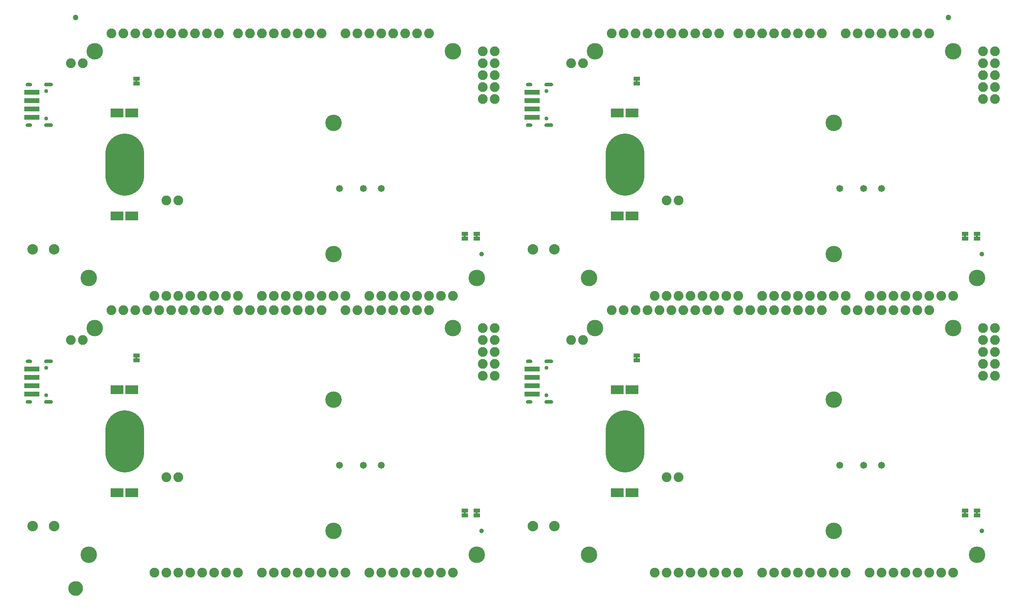
<source format=gbs>
G04 EAGLE Gerber RS-274X export*
G75*
%MOMM*%
%FSLAX34Y34*%
%LPD*%
%INSoldermask Bottom*%
%IPPOS*%
%AMOC8*
5,1,8,0,0,1.08239X$1,22.5*%
G01*
%ADD10C,3.505200*%
%ADD11C,2.235200*%
%ADD12C,0.853200*%
%ADD13R,3.203200X1.103200*%
%ADD14C,1.473200*%
%ADD15R,2.743200X1.981200*%
%ADD16C,8.203200*%
%ADD17C,2.082800*%
%ADD18C,1.003200*%
%ADD19R,1.473200X0.838200*%
%ADD20C,1.203200*%
%ADD21C,1.270000*%
%ADD22C,1.703200*%

G36*
X59880Y1047824D02*
X59880Y1047824D01*
X59942Y1047824D01*
X60660Y1047912D01*
X60667Y1047914D01*
X60675Y1047914D01*
X60838Y1047955D01*
X61514Y1048212D01*
X61521Y1048216D01*
X61529Y1048218D01*
X61677Y1048297D01*
X62272Y1048708D01*
X62278Y1048714D01*
X62285Y1048717D01*
X62303Y1048733D01*
X62306Y1048735D01*
X62313Y1048742D01*
X62409Y1048830D01*
X62889Y1049371D01*
X62893Y1049378D01*
X62899Y1049383D01*
X62993Y1049522D01*
X63329Y1050162D01*
X63332Y1050170D01*
X63336Y1050177D01*
X63394Y1050334D01*
X63567Y1051036D01*
X63568Y1051044D01*
X63571Y1051052D01*
X63589Y1051218D01*
X63589Y1051942D01*
X63588Y1051950D01*
X63589Y1051958D01*
X63567Y1052124D01*
X63394Y1052826D01*
X63391Y1052833D01*
X63390Y1052841D01*
X63329Y1052998D01*
X62993Y1053638D01*
X62988Y1053644D01*
X62985Y1053652D01*
X62889Y1053789D01*
X62409Y1054330D01*
X62403Y1054335D01*
X62399Y1054342D01*
X62272Y1054452D01*
X61677Y1054863D01*
X61669Y1054866D01*
X61663Y1054872D01*
X61514Y1054948D01*
X60838Y1055205D01*
X60830Y1055206D01*
X60823Y1055210D01*
X60660Y1055249D01*
X59942Y1055336D01*
X59912Y1055334D01*
X59850Y1055341D01*
X48850Y1055341D01*
X48820Y1055336D01*
X48758Y1055336D01*
X48040Y1055249D01*
X48033Y1055246D01*
X48025Y1055246D01*
X47862Y1055205D01*
X47186Y1054948D01*
X47179Y1054944D01*
X47171Y1054942D01*
X47023Y1054863D01*
X46428Y1054452D01*
X46422Y1054447D01*
X46415Y1054443D01*
X46291Y1054330D01*
X45811Y1053789D01*
X45807Y1053782D01*
X45801Y1053777D01*
X45707Y1053638D01*
X45371Y1052998D01*
X45368Y1052990D01*
X45364Y1052983D01*
X45306Y1052826D01*
X45133Y1052124D01*
X45132Y1052116D01*
X45129Y1052108D01*
X45111Y1051942D01*
X45111Y1051218D01*
X45112Y1051210D01*
X45111Y1051203D01*
X45133Y1051036D01*
X45306Y1050334D01*
X45309Y1050327D01*
X45310Y1050319D01*
X45371Y1050162D01*
X45707Y1049522D01*
X45712Y1049516D01*
X45715Y1049508D01*
X45811Y1049371D01*
X46291Y1048830D01*
X46297Y1048825D01*
X46301Y1048818D01*
X46428Y1048708D01*
X47023Y1048297D01*
X47031Y1048294D01*
X47037Y1048288D01*
X47186Y1048212D01*
X47862Y1047955D01*
X47870Y1047954D01*
X47877Y1047950D01*
X48040Y1047912D01*
X48758Y1047824D01*
X48788Y1047826D01*
X48850Y1047819D01*
X59850Y1047819D01*
X59880Y1047824D01*
G37*
G36*
X1124140Y1047824D02*
X1124140Y1047824D01*
X1124202Y1047824D01*
X1124920Y1047912D01*
X1124927Y1047914D01*
X1124935Y1047914D01*
X1125098Y1047955D01*
X1125774Y1048212D01*
X1125781Y1048216D01*
X1125789Y1048218D01*
X1125937Y1048297D01*
X1126532Y1048708D01*
X1126538Y1048714D01*
X1126545Y1048717D01*
X1126563Y1048733D01*
X1126566Y1048735D01*
X1126573Y1048742D01*
X1126669Y1048830D01*
X1127149Y1049371D01*
X1127153Y1049378D01*
X1127159Y1049383D01*
X1127253Y1049522D01*
X1127589Y1050162D01*
X1127592Y1050170D01*
X1127596Y1050177D01*
X1127654Y1050334D01*
X1127827Y1051036D01*
X1127828Y1051044D01*
X1127831Y1051052D01*
X1127849Y1051218D01*
X1127849Y1051942D01*
X1127848Y1051950D01*
X1127849Y1051958D01*
X1127827Y1052124D01*
X1127654Y1052826D01*
X1127651Y1052833D01*
X1127650Y1052841D01*
X1127589Y1052998D01*
X1127253Y1053638D01*
X1127248Y1053644D01*
X1127245Y1053652D01*
X1127149Y1053789D01*
X1126669Y1054330D01*
X1126663Y1054335D01*
X1126659Y1054342D01*
X1126532Y1054452D01*
X1125937Y1054863D01*
X1125929Y1054866D01*
X1125923Y1054872D01*
X1125774Y1054948D01*
X1125098Y1055205D01*
X1125090Y1055206D01*
X1125083Y1055210D01*
X1124920Y1055249D01*
X1124202Y1055336D01*
X1124172Y1055334D01*
X1124110Y1055341D01*
X1113110Y1055341D01*
X1113080Y1055336D01*
X1113018Y1055336D01*
X1112300Y1055249D01*
X1112293Y1055246D01*
X1112285Y1055246D01*
X1112122Y1055205D01*
X1111446Y1054948D01*
X1111439Y1054944D01*
X1111431Y1054942D01*
X1111283Y1054863D01*
X1110688Y1054452D01*
X1110682Y1054447D01*
X1110675Y1054443D01*
X1110551Y1054330D01*
X1110071Y1053789D01*
X1110067Y1053782D01*
X1110061Y1053777D01*
X1109967Y1053638D01*
X1109631Y1052998D01*
X1109628Y1052990D01*
X1109624Y1052983D01*
X1109566Y1052826D01*
X1109393Y1052124D01*
X1109392Y1052116D01*
X1109389Y1052108D01*
X1109371Y1051942D01*
X1109371Y1051218D01*
X1109372Y1051210D01*
X1109371Y1051203D01*
X1109393Y1051036D01*
X1109566Y1050334D01*
X1109569Y1050327D01*
X1109570Y1050319D01*
X1109631Y1050162D01*
X1109967Y1049522D01*
X1109972Y1049516D01*
X1109975Y1049508D01*
X1110071Y1049371D01*
X1110551Y1048830D01*
X1110557Y1048825D01*
X1110561Y1048818D01*
X1110688Y1048708D01*
X1111283Y1048297D01*
X1111291Y1048294D01*
X1111297Y1048288D01*
X1111446Y1048212D01*
X1112122Y1047955D01*
X1112130Y1047954D01*
X1112137Y1047950D01*
X1112300Y1047912D01*
X1113018Y1047824D01*
X1113048Y1047826D01*
X1113110Y1047819D01*
X1124110Y1047819D01*
X1124140Y1047824D01*
G37*
G36*
X59880Y961424D02*
X59880Y961424D01*
X59942Y961424D01*
X60660Y961512D01*
X60667Y961514D01*
X60675Y961514D01*
X60838Y961555D01*
X61514Y961812D01*
X61521Y961816D01*
X61529Y961818D01*
X61677Y961897D01*
X62272Y962308D01*
X62278Y962314D01*
X62285Y962317D01*
X62303Y962333D01*
X62306Y962335D01*
X62313Y962342D01*
X62409Y962430D01*
X62889Y962971D01*
X62893Y962978D01*
X62899Y962983D01*
X62993Y963122D01*
X63329Y963762D01*
X63332Y963770D01*
X63336Y963777D01*
X63394Y963934D01*
X63567Y964636D01*
X63568Y964644D01*
X63571Y964652D01*
X63589Y964818D01*
X63589Y965542D01*
X63588Y965550D01*
X63589Y965558D01*
X63567Y965724D01*
X63394Y966426D01*
X63391Y966433D01*
X63390Y966441D01*
X63329Y966598D01*
X62993Y967238D01*
X62988Y967244D01*
X62985Y967252D01*
X62889Y967389D01*
X62409Y967930D01*
X62403Y967935D01*
X62399Y967942D01*
X62272Y968052D01*
X61677Y968463D01*
X61669Y968466D01*
X61663Y968472D01*
X61514Y968548D01*
X60838Y968805D01*
X60830Y968806D01*
X60823Y968810D01*
X60660Y968849D01*
X59942Y968936D01*
X59912Y968934D01*
X59850Y968941D01*
X48850Y968941D01*
X48820Y968936D01*
X48758Y968936D01*
X48040Y968849D01*
X48033Y968846D01*
X48025Y968846D01*
X47862Y968805D01*
X47186Y968548D01*
X47179Y968544D01*
X47171Y968542D01*
X47023Y968463D01*
X46428Y968052D01*
X46422Y968047D01*
X46415Y968043D01*
X46291Y967930D01*
X45811Y967389D01*
X45807Y967382D01*
X45801Y967377D01*
X45707Y967238D01*
X45371Y966598D01*
X45368Y966590D01*
X45364Y966583D01*
X45306Y966426D01*
X45133Y965724D01*
X45132Y965716D01*
X45129Y965708D01*
X45111Y965542D01*
X45111Y964818D01*
X45112Y964810D01*
X45111Y964803D01*
X45133Y964636D01*
X45306Y963934D01*
X45309Y963927D01*
X45310Y963919D01*
X45371Y963762D01*
X45707Y963122D01*
X45712Y963116D01*
X45715Y963108D01*
X45811Y962971D01*
X46291Y962430D01*
X46297Y962425D01*
X46301Y962418D01*
X46428Y962308D01*
X47023Y961897D01*
X47031Y961894D01*
X47037Y961888D01*
X47186Y961812D01*
X47862Y961555D01*
X47870Y961554D01*
X47877Y961550D01*
X48040Y961512D01*
X48758Y961424D01*
X48788Y961426D01*
X48850Y961419D01*
X59850Y961419D01*
X59880Y961424D01*
G37*
G36*
X1124140Y961424D02*
X1124140Y961424D01*
X1124202Y961424D01*
X1124920Y961512D01*
X1124927Y961514D01*
X1124935Y961514D01*
X1125098Y961555D01*
X1125774Y961812D01*
X1125781Y961816D01*
X1125789Y961818D01*
X1125937Y961897D01*
X1126532Y962308D01*
X1126538Y962314D01*
X1126545Y962317D01*
X1126563Y962333D01*
X1126566Y962335D01*
X1126573Y962342D01*
X1126669Y962430D01*
X1127149Y962971D01*
X1127153Y962978D01*
X1127159Y962983D01*
X1127253Y963122D01*
X1127589Y963762D01*
X1127592Y963770D01*
X1127596Y963777D01*
X1127654Y963934D01*
X1127827Y964636D01*
X1127828Y964644D01*
X1127831Y964652D01*
X1127849Y964818D01*
X1127849Y965542D01*
X1127848Y965550D01*
X1127849Y965558D01*
X1127827Y965724D01*
X1127654Y966426D01*
X1127651Y966433D01*
X1127650Y966441D01*
X1127589Y966598D01*
X1127253Y967238D01*
X1127248Y967244D01*
X1127245Y967252D01*
X1127149Y967389D01*
X1126669Y967930D01*
X1126663Y967935D01*
X1126659Y967942D01*
X1126532Y968052D01*
X1125937Y968463D01*
X1125929Y968466D01*
X1125923Y968472D01*
X1125774Y968548D01*
X1125098Y968805D01*
X1125090Y968806D01*
X1125083Y968810D01*
X1124920Y968849D01*
X1124202Y968936D01*
X1124172Y968934D01*
X1124110Y968941D01*
X1113110Y968941D01*
X1113080Y968936D01*
X1113018Y968936D01*
X1112300Y968849D01*
X1112293Y968846D01*
X1112285Y968846D01*
X1112122Y968805D01*
X1111446Y968548D01*
X1111439Y968544D01*
X1111431Y968542D01*
X1111283Y968463D01*
X1110688Y968052D01*
X1110682Y968047D01*
X1110675Y968043D01*
X1110551Y967930D01*
X1110071Y967389D01*
X1110067Y967382D01*
X1110061Y967377D01*
X1109967Y967238D01*
X1109631Y966598D01*
X1109628Y966590D01*
X1109624Y966583D01*
X1109566Y966426D01*
X1109393Y965724D01*
X1109392Y965716D01*
X1109389Y965708D01*
X1109371Y965542D01*
X1109371Y964818D01*
X1109372Y964810D01*
X1109371Y964803D01*
X1109393Y964636D01*
X1109566Y963934D01*
X1109569Y963927D01*
X1109570Y963919D01*
X1109631Y963762D01*
X1109967Y963122D01*
X1109972Y963116D01*
X1109975Y963108D01*
X1110071Y962971D01*
X1110551Y962430D01*
X1110557Y962425D01*
X1110561Y962418D01*
X1110688Y962308D01*
X1111283Y961897D01*
X1111291Y961894D01*
X1111297Y961888D01*
X1111446Y961812D01*
X1112122Y961555D01*
X1112130Y961554D01*
X1112137Y961550D01*
X1112300Y961512D01*
X1113018Y961424D01*
X1113048Y961426D01*
X1113110Y961419D01*
X1124110Y961419D01*
X1124140Y961424D01*
G37*
G36*
X59880Y458544D02*
X59880Y458544D01*
X59942Y458544D01*
X60660Y458632D01*
X60667Y458634D01*
X60675Y458634D01*
X60838Y458675D01*
X61514Y458932D01*
X61521Y458936D01*
X61529Y458938D01*
X61677Y459017D01*
X62272Y459428D01*
X62278Y459434D01*
X62285Y459437D01*
X62303Y459453D01*
X62306Y459455D01*
X62313Y459462D01*
X62409Y459550D01*
X62889Y460091D01*
X62893Y460098D01*
X62899Y460103D01*
X62993Y460242D01*
X63329Y460882D01*
X63332Y460890D01*
X63336Y460897D01*
X63394Y461054D01*
X63567Y461756D01*
X63568Y461764D01*
X63571Y461772D01*
X63589Y461938D01*
X63589Y462662D01*
X63588Y462670D01*
X63589Y462678D01*
X63567Y462844D01*
X63394Y463546D01*
X63391Y463553D01*
X63390Y463561D01*
X63329Y463718D01*
X62993Y464358D01*
X62988Y464364D01*
X62985Y464372D01*
X62889Y464509D01*
X62409Y465050D01*
X62403Y465055D01*
X62399Y465062D01*
X62272Y465172D01*
X61677Y465583D01*
X61669Y465586D01*
X61663Y465592D01*
X61514Y465668D01*
X60838Y465925D01*
X60830Y465926D01*
X60823Y465930D01*
X60660Y465969D01*
X59942Y466056D01*
X59912Y466054D01*
X59850Y466061D01*
X48850Y466061D01*
X48820Y466056D01*
X48758Y466056D01*
X48040Y465969D01*
X48033Y465966D01*
X48025Y465966D01*
X47862Y465925D01*
X47186Y465668D01*
X47179Y465664D01*
X47171Y465662D01*
X47023Y465583D01*
X46428Y465172D01*
X46422Y465167D01*
X46415Y465163D01*
X46291Y465050D01*
X45811Y464509D01*
X45807Y464502D01*
X45801Y464497D01*
X45707Y464358D01*
X45371Y463718D01*
X45368Y463710D01*
X45364Y463703D01*
X45306Y463546D01*
X45133Y462844D01*
X45132Y462836D01*
X45129Y462828D01*
X45111Y462662D01*
X45111Y461938D01*
X45112Y461930D01*
X45111Y461923D01*
X45133Y461756D01*
X45306Y461054D01*
X45309Y461047D01*
X45310Y461039D01*
X45371Y460882D01*
X45707Y460242D01*
X45712Y460236D01*
X45715Y460228D01*
X45811Y460091D01*
X46291Y459550D01*
X46297Y459545D01*
X46301Y459538D01*
X46428Y459428D01*
X47023Y459017D01*
X47031Y459014D01*
X47037Y459008D01*
X47186Y458932D01*
X47862Y458675D01*
X47870Y458674D01*
X47877Y458670D01*
X48040Y458632D01*
X48758Y458544D01*
X48788Y458546D01*
X48850Y458539D01*
X59850Y458539D01*
X59880Y458544D01*
G37*
G36*
X1124140Y458544D02*
X1124140Y458544D01*
X1124202Y458544D01*
X1124920Y458632D01*
X1124927Y458634D01*
X1124935Y458634D01*
X1125098Y458675D01*
X1125774Y458932D01*
X1125781Y458936D01*
X1125789Y458938D01*
X1125937Y459017D01*
X1126532Y459428D01*
X1126538Y459434D01*
X1126545Y459437D01*
X1126563Y459453D01*
X1126566Y459455D01*
X1126573Y459462D01*
X1126669Y459550D01*
X1127149Y460091D01*
X1127153Y460098D01*
X1127159Y460103D01*
X1127253Y460242D01*
X1127589Y460882D01*
X1127592Y460890D01*
X1127596Y460897D01*
X1127654Y461054D01*
X1127827Y461756D01*
X1127828Y461764D01*
X1127831Y461772D01*
X1127849Y461938D01*
X1127849Y462662D01*
X1127848Y462670D01*
X1127849Y462678D01*
X1127827Y462844D01*
X1127654Y463546D01*
X1127651Y463553D01*
X1127650Y463561D01*
X1127589Y463718D01*
X1127253Y464358D01*
X1127248Y464364D01*
X1127245Y464372D01*
X1127149Y464509D01*
X1126669Y465050D01*
X1126663Y465055D01*
X1126659Y465062D01*
X1126532Y465172D01*
X1125937Y465583D01*
X1125929Y465586D01*
X1125923Y465592D01*
X1125774Y465668D01*
X1125098Y465925D01*
X1125090Y465926D01*
X1125083Y465930D01*
X1124920Y465969D01*
X1124202Y466056D01*
X1124172Y466054D01*
X1124110Y466061D01*
X1113110Y466061D01*
X1113080Y466056D01*
X1113018Y466056D01*
X1112300Y465969D01*
X1112293Y465966D01*
X1112285Y465966D01*
X1112122Y465925D01*
X1111446Y465668D01*
X1111439Y465664D01*
X1111431Y465662D01*
X1111283Y465583D01*
X1110688Y465172D01*
X1110682Y465167D01*
X1110675Y465163D01*
X1110551Y465050D01*
X1110071Y464509D01*
X1110067Y464502D01*
X1110061Y464497D01*
X1109967Y464358D01*
X1109631Y463718D01*
X1109628Y463710D01*
X1109624Y463703D01*
X1109566Y463546D01*
X1109393Y462844D01*
X1109392Y462836D01*
X1109389Y462828D01*
X1109371Y462662D01*
X1109371Y461938D01*
X1109372Y461930D01*
X1109371Y461923D01*
X1109393Y461756D01*
X1109566Y461054D01*
X1109569Y461047D01*
X1109570Y461039D01*
X1109631Y460882D01*
X1109967Y460242D01*
X1109972Y460236D01*
X1109975Y460228D01*
X1110071Y460091D01*
X1110551Y459550D01*
X1110557Y459545D01*
X1110561Y459538D01*
X1110688Y459428D01*
X1111283Y459017D01*
X1111291Y459014D01*
X1111297Y459008D01*
X1111446Y458932D01*
X1112122Y458675D01*
X1112130Y458674D01*
X1112137Y458670D01*
X1112300Y458632D01*
X1113018Y458544D01*
X1113048Y458546D01*
X1113110Y458539D01*
X1124110Y458539D01*
X1124140Y458544D01*
G37*
G36*
X1124140Y372144D02*
X1124140Y372144D01*
X1124202Y372144D01*
X1124920Y372232D01*
X1124927Y372234D01*
X1124935Y372234D01*
X1125098Y372275D01*
X1125774Y372532D01*
X1125781Y372536D01*
X1125789Y372538D01*
X1125937Y372617D01*
X1126532Y373028D01*
X1126538Y373034D01*
X1126545Y373037D01*
X1126563Y373053D01*
X1126566Y373055D01*
X1126573Y373062D01*
X1126669Y373150D01*
X1127149Y373691D01*
X1127153Y373698D01*
X1127159Y373703D01*
X1127253Y373842D01*
X1127589Y374482D01*
X1127592Y374490D01*
X1127596Y374497D01*
X1127654Y374654D01*
X1127827Y375356D01*
X1127828Y375364D01*
X1127831Y375372D01*
X1127849Y375538D01*
X1127849Y376262D01*
X1127848Y376270D01*
X1127849Y376278D01*
X1127827Y376444D01*
X1127654Y377146D01*
X1127651Y377153D01*
X1127650Y377161D01*
X1127589Y377318D01*
X1127253Y377958D01*
X1127248Y377964D01*
X1127245Y377972D01*
X1127149Y378109D01*
X1126669Y378650D01*
X1126663Y378655D01*
X1126659Y378662D01*
X1126532Y378772D01*
X1125937Y379183D01*
X1125929Y379186D01*
X1125923Y379192D01*
X1125774Y379268D01*
X1125098Y379525D01*
X1125090Y379526D01*
X1125083Y379530D01*
X1124920Y379569D01*
X1124202Y379656D01*
X1124172Y379654D01*
X1124110Y379661D01*
X1113110Y379661D01*
X1113080Y379656D01*
X1113018Y379656D01*
X1112300Y379569D01*
X1112293Y379566D01*
X1112285Y379566D01*
X1112122Y379525D01*
X1111446Y379268D01*
X1111439Y379264D01*
X1111431Y379262D01*
X1111283Y379183D01*
X1110688Y378772D01*
X1110682Y378767D01*
X1110675Y378763D01*
X1110551Y378650D01*
X1110071Y378109D01*
X1110067Y378102D01*
X1110061Y378097D01*
X1109967Y377958D01*
X1109631Y377318D01*
X1109628Y377310D01*
X1109624Y377303D01*
X1109566Y377146D01*
X1109393Y376444D01*
X1109392Y376436D01*
X1109389Y376428D01*
X1109371Y376262D01*
X1109371Y375538D01*
X1109372Y375530D01*
X1109371Y375523D01*
X1109393Y375356D01*
X1109566Y374654D01*
X1109569Y374647D01*
X1109570Y374639D01*
X1109631Y374482D01*
X1109967Y373842D01*
X1109972Y373836D01*
X1109975Y373828D01*
X1110071Y373691D01*
X1110551Y373150D01*
X1110557Y373145D01*
X1110561Y373138D01*
X1110688Y373028D01*
X1111283Y372617D01*
X1111291Y372614D01*
X1111297Y372608D01*
X1111446Y372532D01*
X1112122Y372275D01*
X1112130Y372274D01*
X1112137Y372270D01*
X1112300Y372232D01*
X1113018Y372144D01*
X1113048Y372146D01*
X1113110Y372139D01*
X1124110Y372139D01*
X1124140Y372144D01*
G37*
G36*
X59880Y372144D02*
X59880Y372144D01*
X59942Y372144D01*
X60660Y372232D01*
X60667Y372234D01*
X60675Y372234D01*
X60838Y372275D01*
X61514Y372532D01*
X61521Y372536D01*
X61529Y372538D01*
X61677Y372617D01*
X62272Y373028D01*
X62278Y373034D01*
X62285Y373037D01*
X62303Y373053D01*
X62306Y373055D01*
X62313Y373062D01*
X62409Y373150D01*
X62889Y373691D01*
X62893Y373698D01*
X62899Y373703D01*
X62993Y373842D01*
X63329Y374482D01*
X63332Y374490D01*
X63336Y374497D01*
X63394Y374654D01*
X63567Y375356D01*
X63568Y375364D01*
X63571Y375372D01*
X63589Y375538D01*
X63589Y376262D01*
X63588Y376270D01*
X63589Y376278D01*
X63567Y376444D01*
X63394Y377146D01*
X63391Y377153D01*
X63390Y377161D01*
X63329Y377318D01*
X62993Y377958D01*
X62988Y377964D01*
X62985Y377972D01*
X62889Y378109D01*
X62409Y378650D01*
X62403Y378655D01*
X62399Y378662D01*
X62272Y378772D01*
X61677Y379183D01*
X61669Y379186D01*
X61663Y379192D01*
X61514Y379268D01*
X60838Y379525D01*
X60830Y379526D01*
X60823Y379530D01*
X60660Y379569D01*
X59942Y379656D01*
X59912Y379654D01*
X59850Y379661D01*
X48850Y379661D01*
X48820Y379656D01*
X48758Y379656D01*
X48040Y379569D01*
X48033Y379566D01*
X48025Y379566D01*
X47862Y379525D01*
X47186Y379268D01*
X47179Y379264D01*
X47171Y379262D01*
X47023Y379183D01*
X46428Y378772D01*
X46422Y378767D01*
X46415Y378763D01*
X46291Y378650D01*
X45811Y378109D01*
X45807Y378102D01*
X45801Y378097D01*
X45707Y377958D01*
X45371Y377318D01*
X45368Y377310D01*
X45364Y377303D01*
X45306Y377146D01*
X45133Y376444D01*
X45132Y376436D01*
X45129Y376428D01*
X45111Y376262D01*
X45111Y375538D01*
X45112Y375530D01*
X45111Y375523D01*
X45133Y375356D01*
X45306Y374654D01*
X45309Y374647D01*
X45310Y374639D01*
X45371Y374482D01*
X45707Y373842D01*
X45712Y373836D01*
X45715Y373828D01*
X45811Y373691D01*
X46291Y373150D01*
X46297Y373145D01*
X46301Y373138D01*
X46428Y373028D01*
X47023Y372617D01*
X47031Y372614D01*
X47037Y372608D01*
X47186Y372532D01*
X47862Y372275D01*
X47870Y372274D01*
X47877Y372270D01*
X48040Y372232D01*
X48758Y372144D01*
X48788Y372146D01*
X48850Y372139D01*
X59850Y372139D01*
X59880Y372144D01*
G37*
G36*
X1079990Y1047824D02*
X1079990Y1047824D01*
X1080052Y1047824D01*
X1080770Y1047912D01*
X1080777Y1047914D01*
X1080785Y1047914D01*
X1080948Y1047955D01*
X1081624Y1048212D01*
X1081631Y1048216D01*
X1081639Y1048218D01*
X1081787Y1048297D01*
X1082382Y1048708D01*
X1082388Y1048714D01*
X1082395Y1048717D01*
X1082413Y1048733D01*
X1082416Y1048735D01*
X1082423Y1048742D01*
X1082519Y1048830D01*
X1082999Y1049371D01*
X1083003Y1049378D01*
X1083009Y1049383D01*
X1083103Y1049522D01*
X1083439Y1050162D01*
X1083442Y1050170D01*
X1083446Y1050177D01*
X1083504Y1050334D01*
X1083677Y1051036D01*
X1083678Y1051044D01*
X1083681Y1051052D01*
X1083699Y1051218D01*
X1083699Y1051942D01*
X1083698Y1051950D01*
X1083699Y1051958D01*
X1083677Y1052124D01*
X1083504Y1052826D01*
X1083501Y1052833D01*
X1083500Y1052841D01*
X1083439Y1052998D01*
X1083103Y1053638D01*
X1083098Y1053644D01*
X1083095Y1053652D01*
X1082999Y1053789D01*
X1082519Y1054330D01*
X1082513Y1054335D01*
X1082509Y1054342D01*
X1082382Y1054452D01*
X1081787Y1054863D01*
X1081779Y1054866D01*
X1081773Y1054872D01*
X1081624Y1054948D01*
X1080948Y1055205D01*
X1080940Y1055206D01*
X1080933Y1055210D01*
X1080770Y1055249D01*
X1080052Y1055336D01*
X1080022Y1055334D01*
X1079960Y1055341D01*
X1073760Y1055341D01*
X1073730Y1055336D01*
X1073668Y1055336D01*
X1072950Y1055249D01*
X1072943Y1055246D01*
X1072935Y1055246D01*
X1072772Y1055205D01*
X1072096Y1054948D01*
X1072089Y1054944D01*
X1072081Y1054942D01*
X1071933Y1054863D01*
X1071338Y1054452D01*
X1071332Y1054447D01*
X1071325Y1054443D01*
X1071201Y1054330D01*
X1070721Y1053789D01*
X1070717Y1053782D01*
X1070711Y1053777D01*
X1070617Y1053638D01*
X1070281Y1052998D01*
X1070278Y1052990D01*
X1070274Y1052983D01*
X1070216Y1052826D01*
X1070043Y1052124D01*
X1070042Y1052116D01*
X1070039Y1052108D01*
X1070021Y1051942D01*
X1070021Y1051218D01*
X1070022Y1051210D01*
X1070021Y1051203D01*
X1070043Y1051036D01*
X1070216Y1050334D01*
X1070219Y1050327D01*
X1070220Y1050319D01*
X1070281Y1050162D01*
X1070617Y1049522D01*
X1070622Y1049516D01*
X1070625Y1049508D01*
X1070721Y1049371D01*
X1071201Y1048830D01*
X1071207Y1048825D01*
X1071211Y1048818D01*
X1071338Y1048708D01*
X1071933Y1048297D01*
X1071941Y1048294D01*
X1071947Y1048288D01*
X1072096Y1048212D01*
X1072772Y1047955D01*
X1072780Y1047954D01*
X1072787Y1047950D01*
X1072950Y1047912D01*
X1073668Y1047824D01*
X1073698Y1047826D01*
X1073760Y1047819D01*
X1079960Y1047819D01*
X1079990Y1047824D01*
G37*
G36*
X15730Y1047824D02*
X15730Y1047824D01*
X15792Y1047824D01*
X16510Y1047912D01*
X16517Y1047914D01*
X16525Y1047914D01*
X16688Y1047955D01*
X17364Y1048212D01*
X17371Y1048216D01*
X17379Y1048218D01*
X17527Y1048297D01*
X18122Y1048708D01*
X18128Y1048714D01*
X18135Y1048717D01*
X18153Y1048733D01*
X18156Y1048735D01*
X18163Y1048742D01*
X18259Y1048830D01*
X18739Y1049371D01*
X18743Y1049378D01*
X18749Y1049383D01*
X18843Y1049522D01*
X19179Y1050162D01*
X19182Y1050170D01*
X19186Y1050177D01*
X19244Y1050334D01*
X19417Y1051036D01*
X19418Y1051044D01*
X19421Y1051052D01*
X19439Y1051218D01*
X19439Y1051942D01*
X19438Y1051950D01*
X19439Y1051958D01*
X19417Y1052124D01*
X19244Y1052826D01*
X19241Y1052833D01*
X19240Y1052841D01*
X19179Y1052998D01*
X18843Y1053638D01*
X18838Y1053644D01*
X18835Y1053652D01*
X18739Y1053789D01*
X18259Y1054330D01*
X18253Y1054335D01*
X18249Y1054342D01*
X18122Y1054452D01*
X17527Y1054863D01*
X17519Y1054866D01*
X17513Y1054872D01*
X17364Y1054948D01*
X16688Y1055205D01*
X16680Y1055206D01*
X16673Y1055210D01*
X16510Y1055249D01*
X15792Y1055336D01*
X15762Y1055334D01*
X15700Y1055341D01*
X9500Y1055341D01*
X9470Y1055336D01*
X9408Y1055336D01*
X8690Y1055249D01*
X8683Y1055246D01*
X8675Y1055246D01*
X8512Y1055205D01*
X7836Y1054948D01*
X7829Y1054944D01*
X7821Y1054942D01*
X7673Y1054863D01*
X7078Y1054452D01*
X7072Y1054447D01*
X7065Y1054443D01*
X6941Y1054330D01*
X6461Y1053789D01*
X6457Y1053782D01*
X6451Y1053777D01*
X6357Y1053638D01*
X6021Y1052998D01*
X6018Y1052990D01*
X6014Y1052983D01*
X5956Y1052826D01*
X5783Y1052124D01*
X5782Y1052116D01*
X5779Y1052108D01*
X5761Y1051942D01*
X5761Y1051218D01*
X5762Y1051210D01*
X5761Y1051203D01*
X5783Y1051036D01*
X5956Y1050334D01*
X5959Y1050327D01*
X5960Y1050319D01*
X6021Y1050162D01*
X6357Y1049522D01*
X6362Y1049516D01*
X6365Y1049508D01*
X6461Y1049371D01*
X6941Y1048830D01*
X6947Y1048825D01*
X6951Y1048818D01*
X7078Y1048708D01*
X7673Y1048297D01*
X7681Y1048294D01*
X7687Y1048288D01*
X7836Y1048212D01*
X8512Y1047955D01*
X8520Y1047954D01*
X8527Y1047950D01*
X8690Y1047912D01*
X9408Y1047824D01*
X9438Y1047826D01*
X9500Y1047819D01*
X15700Y1047819D01*
X15730Y1047824D01*
G37*
G36*
X1079990Y458544D02*
X1079990Y458544D01*
X1080052Y458544D01*
X1080770Y458632D01*
X1080777Y458634D01*
X1080785Y458634D01*
X1080948Y458675D01*
X1081624Y458932D01*
X1081631Y458936D01*
X1081639Y458938D01*
X1081787Y459017D01*
X1082382Y459428D01*
X1082388Y459434D01*
X1082395Y459437D01*
X1082413Y459453D01*
X1082416Y459455D01*
X1082423Y459462D01*
X1082519Y459550D01*
X1082999Y460091D01*
X1083003Y460098D01*
X1083009Y460103D01*
X1083103Y460242D01*
X1083439Y460882D01*
X1083442Y460890D01*
X1083446Y460897D01*
X1083504Y461054D01*
X1083677Y461756D01*
X1083678Y461764D01*
X1083681Y461772D01*
X1083699Y461938D01*
X1083699Y462662D01*
X1083698Y462670D01*
X1083699Y462678D01*
X1083677Y462844D01*
X1083504Y463546D01*
X1083501Y463553D01*
X1083500Y463561D01*
X1083439Y463718D01*
X1083103Y464358D01*
X1083098Y464364D01*
X1083095Y464372D01*
X1082999Y464509D01*
X1082519Y465050D01*
X1082513Y465055D01*
X1082509Y465062D01*
X1082382Y465172D01*
X1081787Y465583D01*
X1081779Y465586D01*
X1081773Y465592D01*
X1081624Y465668D01*
X1080948Y465925D01*
X1080940Y465926D01*
X1080933Y465930D01*
X1080770Y465969D01*
X1080052Y466056D01*
X1080022Y466054D01*
X1079960Y466061D01*
X1073760Y466061D01*
X1073730Y466056D01*
X1073668Y466056D01*
X1072950Y465969D01*
X1072943Y465966D01*
X1072935Y465966D01*
X1072772Y465925D01*
X1072096Y465668D01*
X1072089Y465664D01*
X1072081Y465662D01*
X1071933Y465583D01*
X1071338Y465172D01*
X1071332Y465167D01*
X1071325Y465163D01*
X1071201Y465050D01*
X1070721Y464509D01*
X1070717Y464502D01*
X1070711Y464497D01*
X1070617Y464358D01*
X1070281Y463718D01*
X1070278Y463710D01*
X1070274Y463703D01*
X1070216Y463546D01*
X1070043Y462844D01*
X1070042Y462836D01*
X1070039Y462828D01*
X1070021Y462662D01*
X1070021Y461938D01*
X1070022Y461930D01*
X1070021Y461923D01*
X1070043Y461756D01*
X1070216Y461054D01*
X1070219Y461047D01*
X1070220Y461039D01*
X1070281Y460882D01*
X1070617Y460242D01*
X1070622Y460236D01*
X1070625Y460228D01*
X1070721Y460091D01*
X1071201Y459550D01*
X1071207Y459545D01*
X1071211Y459538D01*
X1071338Y459428D01*
X1071933Y459017D01*
X1071941Y459014D01*
X1071947Y459008D01*
X1072096Y458932D01*
X1072772Y458675D01*
X1072780Y458674D01*
X1072787Y458670D01*
X1072950Y458632D01*
X1073668Y458544D01*
X1073698Y458546D01*
X1073760Y458539D01*
X1079960Y458539D01*
X1079990Y458544D01*
G37*
G36*
X15730Y458544D02*
X15730Y458544D01*
X15792Y458544D01*
X16510Y458632D01*
X16517Y458634D01*
X16525Y458634D01*
X16688Y458675D01*
X17364Y458932D01*
X17371Y458936D01*
X17379Y458938D01*
X17527Y459017D01*
X18122Y459428D01*
X18128Y459434D01*
X18135Y459437D01*
X18153Y459453D01*
X18156Y459455D01*
X18163Y459462D01*
X18259Y459550D01*
X18739Y460091D01*
X18743Y460098D01*
X18749Y460103D01*
X18843Y460242D01*
X19179Y460882D01*
X19182Y460890D01*
X19186Y460897D01*
X19244Y461054D01*
X19417Y461756D01*
X19418Y461764D01*
X19421Y461772D01*
X19439Y461938D01*
X19439Y462662D01*
X19438Y462670D01*
X19439Y462678D01*
X19417Y462844D01*
X19244Y463546D01*
X19241Y463553D01*
X19240Y463561D01*
X19179Y463718D01*
X18843Y464358D01*
X18838Y464364D01*
X18835Y464372D01*
X18739Y464509D01*
X18259Y465050D01*
X18253Y465055D01*
X18249Y465062D01*
X18122Y465172D01*
X17527Y465583D01*
X17519Y465586D01*
X17513Y465592D01*
X17364Y465668D01*
X16688Y465925D01*
X16680Y465926D01*
X16673Y465930D01*
X16510Y465969D01*
X15792Y466056D01*
X15762Y466054D01*
X15700Y466061D01*
X9500Y466061D01*
X9470Y466056D01*
X9408Y466056D01*
X8690Y465969D01*
X8683Y465966D01*
X8675Y465966D01*
X8512Y465925D01*
X7836Y465668D01*
X7829Y465664D01*
X7821Y465662D01*
X7673Y465583D01*
X7078Y465172D01*
X7072Y465167D01*
X7065Y465163D01*
X6941Y465050D01*
X6461Y464509D01*
X6457Y464502D01*
X6451Y464497D01*
X6357Y464358D01*
X6021Y463718D01*
X6018Y463710D01*
X6014Y463703D01*
X5956Y463546D01*
X5783Y462844D01*
X5782Y462836D01*
X5779Y462828D01*
X5761Y462662D01*
X5761Y461938D01*
X5762Y461930D01*
X5761Y461923D01*
X5783Y461756D01*
X5956Y461054D01*
X5959Y461047D01*
X5960Y461039D01*
X6021Y460882D01*
X6357Y460242D01*
X6362Y460236D01*
X6365Y460228D01*
X6461Y460091D01*
X6941Y459550D01*
X6947Y459545D01*
X6951Y459538D01*
X7078Y459428D01*
X7673Y459017D01*
X7681Y459014D01*
X7687Y459008D01*
X7836Y458932D01*
X8512Y458675D01*
X8520Y458674D01*
X8527Y458670D01*
X8690Y458632D01*
X9408Y458544D01*
X9438Y458546D01*
X9500Y458539D01*
X15700Y458539D01*
X15730Y458544D01*
G37*
G36*
X1079990Y961424D02*
X1079990Y961424D01*
X1080052Y961424D01*
X1080770Y961512D01*
X1080777Y961514D01*
X1080785Y961514D01*
X1080948Y961555D01*
X1081624Y961812D01*
X1081631Y961816D01*
X1081639Y961818D01*
X1081787Y961897D01*
X1082382Y962308D01*
X1082388Y962314D01*
X1082395Y962317D01*
X1082413Y962333D01*
X1082416Y962335D01*
X1082423Y962342D01*
X1082519Y962430D01*
X1082999Y962971D01*
X1083003Y962978D01*
X1083009Y962983D01*
X1083103Y963122D01*
X1083439Y963762D01*
X1083442Y963770D01*
X1083446Y963777D01*
X1083504Y963934D01*
X1083677Y964636D01*
X1083678Y964644D01*
X1083681Y964652D01*
X1083699Y964818D01*
X1083699Y965542D01*
X1083698Y965550D01*
X1083699Y965558D01*
X1083677Y965724D01*
X1083504Y966426D01*
X1083501Y966433D01*
X1083500Y966441D01*
X1083439Y966598D01*
X1083103Y967238D01*
X1083098Y967244D01*
X1083095Y967252D01*
X1082999Y967389D01*
X1082519Y967930D01*
X1082513Y967935D01*
X1082509Y967942D01*
X1082382Y968052D01*
X1081787Y968463D01*
X1081779Y968466D01*
X1081773Y968472D01*
X1081624Y968548D01*
X1080948Y968805D01*
X1080940Y968806D01*
X1080933Y968810D01*
X1080770Y968849D01*
X1080052Y968936D01*
X1080022Y968934D01*
X1079960Y968941D01*
X1073760Y968941D01*
X1073730Y968936D01*
X1073668Y968936D01*
X1072950Y968849D01*
X1072943Y968846D01*
X1072935Y968846D01*
X1072772Y968805D01*
X1072096Y968548D01*
X1072089Y968544D01*
X1072081Y968542D01*
X1071933Y968463D01*
X1071338Y968052D01*
X1071332Y968047D01*
X1071325Y968043D01*
X1071201Y967930D01*
X1070721Y967389D01*
X1070717Y967382D01*
X1070711Y967377D01*
X1070617Y967238D01*
X1070281Y966598D01*
X1070278Y966590D01*
X1070274Y966583D01*
X1070216Y966426D01*
X1070043Y965724D01*
X1070042Y965716D01*
X1070039Y965708D01*
X1070021Y965542D01*
X1070021Y964818D01*
X1070022Y964810D01*
X1070021Y964803D01*
X1070043Y964636D01*
X1070216Y963934D01*
X1070219Y963927D01*
X1070220Y963919D01*
X1070281Y963762D01*
X1070617Y963122D01*
X1070622Y963116D01*
X1070625Y963108D01*
X1070721Y962971D01*
X1071201Y962430D01*
X1071207Y962425D01*
X1071211Y962418D01*
X1071338Y962308D01*
X1071933Y961897D01*
X1071941Y961894D01*
X1071947Y961888D01*
X1072096Y961812D01*
X1072772Y961555D01*
X1072780Y961554D01*
X1072787Y961550D01*
X1072950Y961512D01*
X1073668Y961424D01*
X1073698Y961426D01*
X1073760Y961419D01*
X1079960Y961419D01*
X1079990Y961424D01*
G37*
G36*
X15730Y961424D02*
X15730Y961424D01*
X15792Y961424D01*
X16510Y961512D01*
X16517Y961514D01*
X16525Y961514D01*
X16688Y961555D01*
X17364Y961812D01*
X17371Y961816D01*
X17379Y961818D01*
X17527Y961897D01*
X18122Y962308D01*
X18128Y962314D01*
X18135Y962317D01*
X18153Y962333D01*
X18156Y962335D01*
X18163Y962342D01*
X18259Y962430D01*
X18739Y962971D01*
X18743Y962978D01*
X18749Y962983D01*
X18843Y963122D01*
X19179Y963762D01*
X19182Y963770D01*
X19186Y963777D01*
X19244Y963934D01*
X19417Y964636D01*
X19418Y964644D01*
X19421Y964652D01*
X19439Y964818D01*
X19439Y965542D01*
X19438Y965550D01*
X19439Y965558D01*
X19417Y965724D01*
X19244Y966426D01*
X19241Y966433D01*
X19240Y966441D01*
X19179Y966598D01*
X18843Y967238D01*
X18838Y967244D01*
X18835Y967252D01*
X18739Y967389D01*
X18259Y967930D01*
X18253Y967935D01*
X18249Y967942D01*
X18122Y968052D01*
X17527Y968463D01*
X17519Y968466D01*
X17513Y968472D01*
X17364Y968548D01*
X16688Y968805D01*
X16680Y968806D01*
X16673Y968810D01*
X16510Y968849D01*
X15792Y968936D01*
X15762Y968934D01*
X15700Y968941D01*
X9500Y968941D01*
X9470Y968936D01*
X9408Y968936D01*
X8690Y968849D01*
X8683Y968846D01*
X8675Y968846D01*
X8512Y968805D01*
X7836Y968548D01*
X7829Y968544D01*
X7821Y968542D01*
X7673Y968463D01*
X7078Y968052D01*
X7072Y968047D01*
X7065Y968043D01*
X6941Y967930D01*
X6461Y967389D01*
X6457Y967382D01*
X6451Y967377D01*
X6357Y967238D01*
X6021Y966598D01*
X6018Y966590D01*
X6014Y966583D01*
X5956Y966426D01*
X5783Y965724D01*
X5782Y965716D01*
X5779Y965708D01*
X5761Y965542D01*
X5761Y964818D01*
X5762Y964810D01*
X5761Y964803D01*
X5783Y964636D01*
X5956Y963934D01*
X5959Y963927D01*
X5960Y963919D01*
X6021Y963762D01*
X6357Y963122D01*
X6362Y963116D01*
X6365Y963108D01*
X6461Y962971D01*
X6941Y962430D01*
X6947Y962425D01*
X6951Y962418D01*
X7078Y962308D01*
X7673Y961897D01*
X7681Y961894D01*
X7687Y961888D01*
X7836Y961812D01*
X8512Y961555D01*
X8520Y961554D01*
X8527Y961550D01*
X8690Y961512D01*
X9408Y961424D01*
X9438Y961426D01*
X9500Y961419D01*
X15700Y961419D01*
X15730Y961424D01*
G37*
G36*
X15730Y372144D02*
X15730Y372144D01*
X15792Y372144D01*
X16510Y372232D01*
X16517Y372234D01*
X16525Y372234D01*
X16688Y372275D01*
X17364Y372532D01*
X17371Y372536D01*
X17379Y372538D01*
X17527Y372617D01*
X18122Y373028D01*
X18128Y373034D01*
X18135Y373037D01*
X18153Y373053D01*
X18156Y373055D01*
X18163Y373062D01*
X18259Y373150D01*
X18739Y373691D01*
X18743Y373698D01*
X18749Y373703D01*
X18843Y373842D01*
X19179Y374482D01*
X19182Y374490D01*
X19186Y374497D01*
X19244Y374654D01*
X19417Y375356D01*
X19418Y375364D01*
X19421Y375372D01*
X19439Y375538D01*
X19439Y376262D01*
X19438Y376270D01*
X19439Y376278D01*
X19417Y376444D01*
X19244Y377146D01*
X19241Y377153D01*
X19240Y377161D01*
X19179Y377318D01*
X18843Y377958D01*
X18838Y377964D01*
X18835Y377972D01*
X18739Y378109D01*
X18259Y378650D01*
X18253Y378655D01*
X18249Y378662D01*
X18122Y378772D01*
X17527Y379183D01*
X17519Y379186D01*
X17513Y379192D01*
X17364Y379268D01*
X16688Y379525D01*
X16680Y379526D01*
X16673Y379530D01*
X16510Y379569D01*
X15792Y379656D01*
X15762Y379654D01*
X15700Y379661D01*
X9500Y379661D01*
X9470Y379656D01*
X9408Y379656D01*
X8690Y379569D01*
X8683Y379566D01*
X8675Y379566D01*
X8512Y379525D01*
X7836Y379268D01*
X7829Y379264D01*
X7821Y379262D01*
X7673Y379183D01*
X7078Y378772D01*
X7072Y378767D01*
X7065Y378763D01*
X6941Y378650D01*
X6461Y378109D01*
X6457Y378102D01*
X6451Y378097D01*
X6357Y377958D01*
X6021Y377318D01*
X6018Y377310D01*
X6014Y377303D01*
X5956Y377146D01*
X5783Y376444D01*
X5782Y376436D01*
X5779Y376428D01*
X5761Y376262D01*
X5761Y375538D01*
X5762Y375530D01*
X5761Y375523D01*
X5783Y375356D01*
X5956Y374654D01*
X5959Y374647D01*
X5960Y374639D01*
X6021Y374482D01*
X6357Y373842D01*
X6362Y373836D01*
X6365Y373828D01*
X6461Y373691D01*
X6941Y373150D01*
X6947Y373145D01*
X6951Y373138D01*
X7078Y373028D01*
X7673Y372617D01*
X7681Y372614D01*
X7687Y372608D01*
X7836Y372532D01*
X8512Y372275D01*
X8520Y372274D01*
X8527Y372270D01*
X8690Y372232D01*
X9408Y372144D01*
X9438Y372146D01*
X9500Y372139D01*
X15700Y372139D01*
X15730Y372144D01*
G37*
G36*
X1079990Y372144D02*
X1079990Y372144D01*
X1080052Y372144D01*
X1080770Y372232D01*
X1080777Y372234D01*
X1080785Y372234D01*
X1080948Y372275D01*
X1081624Y372532D01*
X1081631Y372536D01*
X1081639Y372538D01*
X1081787Y372617D01*
X1082382Y373028D01*
X1082388Y373034D01*
X1082395Y373037D01*
X1082413Y373053D01*
X1082416Y373055D01*
X1082423Y373062D01*
X1082519Y373150D01*
X1082999Y373691D01*
X1083003Y373698D01*
X1083009Y373703D01*
X1083103Y373842D01*
X1083439Y374482D01*
X1083442Y374490D01*
X1083446Y374497D01*
X1083504Y374654D01*
X1083677Y375356D01*
X1083678Y375364D01*
X1083681Y375372D01*
X1083699Y375538D01*
X1083699Y376262D01*
X1083698Y376270D01*
X1083699Y376278D01*
X1083677Y376444D01*
X1083504Y377146D01*
X1083501Y377153D01*
X1083500Y377161D01*
X1083439Y377318D01*
X1083103Y377958D01*
X1083098Y377964D01*
X1083095Y377972D01*
X1082999Y378109D01*
X1082519Y378650D01*
X1082513Y378655D01*
X1082509Y378662D01*
X1082382Y378772D01*
X1081787Y379183D01*
X1081779Y379186D01*
X1081773Y379192D01*
X1081624Y379268D01*
X1080948Y379525D01*
X1080940Y379526D01*
X1080933Y379530D01*
X1080770Y379569D01*
X1080052Y379656D01*
X1080022Y379654D01*
X1079960Y379661D01*
X1073760Y379661D01*
X1073730Y379656D01*
X1073668Y379656D01*
X1072950Y379569D01*
X1072943Y379566D01*
X1072935Y379566D01*
X1072772Y379525D01*
X1072096Y379268D01*
X1072089Y379264D01*
X1072081Y379262D01*
X1071933Y379183D01*
X1071338Y378772D01*
X1071332Y378767D01*
X1071325Y378763D01*
X1071201Y378650D01*
X1070721Y378109D01*
X1070717Y378102D01*
X1070711Y378097D01*
X1070617Y377958D01*
X1070281Y377318D01*
X1070278Y377310D01*
X1070274Y377303D01*
X1070216Y377146D01*
X1070043Y376444D01*
X1070042Y376436D01*
X1070039Y376428D01*
X1070021Y376262D01*
X1070021Y375538D01*
X1070022Y375530D01*
X1070021Y375523D01*
X1070043Y375356D01*
X1070216Y374654D01*
X1070219Y374647D01*
X1070220Y374639D01*
X1070281Y374482D01*
X1070617Y373842D01*
X1070622Y373836D01*
X1070625Y373828D01*
X1070721Y373691D01*
X1071201Y373150D01*
X1071207Y373145D01*
X1071211Y373138D01*
X1071338Y373028D01*
X1071933Y372617D01*
X1071941Y372614D01*
X1071947Y372608D01*
X1072096Y372532D01*
X1072772Y372275D01*
X1072780Y372274D01*
X1072787Y372270D01*
X1072950Y372232D01*
X1073668Y372144D01*
X1073698Y372146D01*
X1073760Y372139D01*
X1079960Y372139D01*
X1079990Y372144D01*
G37*
G36*
X1306895Y1056652D02*
X1306895Y1056652D01*
X1306961Y1056654D01*
X1307004Y1056672D01*
X1307051Y1056680D01*
X1307108Y1056714D01*
X1307168Y1056739D01*
X1307203Y1056770D01*
X1307244Y1056795D01*
X1307286Y1056846D01*
X1307334Y1056890D01*
X1307356Y1056932D01*
X1307385Y1056969D01*
X1307406Y1057031D01*
X1307437Y1057090D01*
X1307445Y1057144D01*
X1307457Y1057181D01*
X1307456Y1057221D01*
X1307464Y1057275D01*
X1307464Y1061085D01*
X1307453Y1061150D01*
X1307451Y1061216D01*
X1307433Y1061259D01*
X1307425Y1061306D01*
X1307391Y1061363D01*
X1307366Y1061423D01*
X1307335Y1061458D01*
X1307310Y1061499D01*
X1307259Y1061541D01*
X1307215Y1061589D01*
X1307173Y1061611D01*
X1307136Y1061640D01*
X1307074Y1061661D01*
X1307015Y1061692D01*
X1306961Y1061700D01*
X1306924Y1061712D01*
X1306884Y1061711D01*
X1306830Y1061719D01*
X1304290Y1061719D01*
X1304225Y1061708D01*
X1304159Y1061706D01*
X1304116Y1061688D01*
X1304069Y1061680D01*
X1304012Y1061646D01*
X1303952Y1061621D01*
X1303917Y1061590D01*
X1303876Y1061565D01*
X1303835Y1061514D01*
X1303786Y1061470D01*
X1303764Y1061428D01*
X1303735Y1061391D01*
X1303714Y1061329D01*
X1303683Y1061270D01*
X1303675Y1061216D01*
X1303663Y1061179D01*
X1303663Y1061175D01*
X1303663Y1061174D01*
X1303664Y1061139D01*
X1303656Y1061085D01*
X1303656Y1057275D01*
X1303667Y1057210D01*
X1303669Y1057144D01*
X1303687Y1057101D01*
X1303695Y1057054D01*
X1303729Y1056997D01*
X1303754Y1056937D01*
X1303785Y1056902D01*
X1303810Y1056861D01*
X1303861Y1056820D01*
X1303905Y1056771D01*
X1303947Y1056749D01*
X1303984Y1056720D01*
X1304046Y1056699D01*
X1304105Y1056668D01*
X1304159Y1056660D01*
X1304196Y1056648D01*
X1304236Y1056649D01*
X1304290Y1056641D01*
X1306830Y1056641D01*
X1306895Y1056652D01*
G37*
G36*
X242635Y1056652D02*
X242635Y1056652D01*
X242701Y1056654D01*
X242744Y1056672D01*
X242791Y1056680D01*
X242848Y1056714D01*
X242908Y1056739D01*
X242943Y1056770D01*
X242984Y1056795D01*
X243026Y1056846D01*
X243074Y1056890D01*
X243096Y1056932D01*
X243125Y1056969D01*
X243146Y1057031D01*
X243177Y1057090D01*
X243185Y1057144D01*
X243197Y1057181D01*
X243196Y1057221D01*
X243204Y1057275D01*
X243204Y1061085D01*
X243193Y1061150D01*
X243191Y1061216D01*
X243173Y1061259D01*
X243165Y1061306D01*
X243131Y1061363D01*
X243106Y1061423D01*
X243075Y1061458D01*
X243050Y1061499D01*
X242999Y1061541D01*
X242955Y1061589D01*
X242913Y1061611D01*
X242876Y1061640D01*
X242814Y1061661D01*
X242755Y1061692D01*
X242701Y1061700D01*
X242664Y1061712D01*
X242624Y1061711D01*
X242570Y1061719D01*
X240030Y1061719D01*
X239965Y1061708D01*
X239899Y1061706D01*
X239856Y1061688D01*
X239809Y1061680D01*
X239752Y1061646D01*
X239692Y1061621D01*
X239657Y1061590D01*
X239616Y1061565D01*
X239575Y1061514D01*
X239526Y1061470D01*
X239504Y1061428D01*
X239475Y1061391D01*
X239454Y1061329D01*
X239423Y1061270D01*
X239415Y1061216D01*
X239403Y1061179D01*
X239403Y1061175D01*
X239403Y1061174D01*
X239404Y1061139D01*
X239396Y1061085D01*
X239396Y1057275D01*
X239407Y1057210D01*
X239409Y1057144D01*
X239427Y1057101D01*
X239435Y1057054D01*
X239469Y1056997D01*
X239494Y1056937D01*
X239525Y1056902D01*
X239550Y1056861D01*
X239601Y1056820D01*
X239645Y1056771D01*
X239687Y1056749D01*
X239724Y1056720D01*
X239786Y1056699D01*
X239845Y1056668D01*
X239899Y1056660D01*
X239936Y1056648D01*
X239976Y1056649D01*
X240030Y1056641D01*
X242570Y1056641D01*
X242635Y1056652D01*
G37*
G36*
X2030795Y726452D02*
X2030795Y726452D01*
X2030861Y726454D01*
X2030904Y726472D01*
X2030951Y726480D01*
X2031008Y726514D01*
X2031068Y726539D01*
X2031103Y726570D01*
X2031144Y726595D01*
X2031186Y726646D01*
X2031234Y726690D01*
X2031256Y726732D01*
X2031285Y726769D01*
X2031306Y726831D01*
X2031337Y726890D01*
X2031345Y726944D01*
X2031357Y726981D01*
X2031356Y727021D01*
X2031364Y727075D01*
X2031364Y730885D01*
X2031353Y730950D01*
X2031351Y731016D01*
X2031333Y731059D01*
X2031325Y731106D01*
X2031291Y731163D01*
X2031266Y731223D01*
X2031235Y731258D01*
X2031210Y731299D01*
X2031159Y731341D01*
X2031115Y731389D01*
X2031073Y731411D01*
X2031036Y731440D01*
X2030974Y731461D01*
X2030915Y731492D01*
X2030861Y731500D01*
X2030824Y731512D01*
X2030784Y731511D01*
X2030730Y731519D01*
X2028190Y731519D01*
X2028125Y731508D01*
X2028059Y731506D01*
X2028016Y731488D01*
X2027969Y731480D01*
X2027912Y731446D01*
X2027852Y731421D01*
X2027817Y731390D01*
X2027776Y731365D01*
X2027735Y731314D01*
X2027686Y731270D01*
X2027664Y731228D01*
X2027635Y731191D01*
X2027614Y731129D01*
X2027583Y731070D01*
X2027575Y731016D01*
X2027563Y730979D01*
X2027563Y730975D01*
X2027563Y730974D01*
X2027564Y730939D01*
X2027556Y730885D01*
X2027556Y727075D01*
X2027567Y727010D01*
X2027569Y726944D01*
X2027587Y726901D01*
X2027595Y726854D01*
X2027629Y726797D01*
X2027654Y726737D01*
X2027685Y726702D01*
X2027710Y726661D01*
X2027761Y726620D01*
X2027805Y726571D01*
X2027847Y726549D01*
X2027884Y726520D01*
X2027946Y726499D01*
X2028005Y726468D01*
X2028059Y726460D01*
X2028096Y726448D01*
X2028136Y726449D01*
X2028190Y726441D01*
X2030730Y726441D01*
X2030795Y726452D01*
G37*
G36*
X966535Y726452D02*
X966535Y726452D01*
X966601Y726454D01*
X966644Y726472D01*
X966691Y726480D01*
X966748Y726514D01*
X966808Y726539D01*
X966843Y726570D01*
X966884Y726595D01*
X966926Y726646D01*
X966974Y726690D01*
X966996Y726732D01*
X967025Y726769D01*
X967046Y726831D01*
X967077Y726890D01*
X967085Y726944D01*
X967097Y726981D01*
X967096Y727021D01*
X967104Y727075D01*
X967104Y730885D01*
X967093Y730950D01*
X967091Y731016D01*
X967073Y731059D01*
X967065Y731106D01*
X967031Y731163D01*
X967006Y731223D01*
X966975Y731258D01*
X966950Y731299D01*
X966899Y731341D01*
X966855Y731389D01*
X966813Y731411D01*
X966776Y731440D01*
X966714Y731461D01*
X966655Y731492D01*
X966601Y731500D01*
X966564Y731512D01*
X966524Y731511D01*
X966470Y731519D01*
X963930Y731519D01*
X963865Y731508D01*
X963799Y731506D01*
X963756Y731488D01*
X963709Y731480D01*
X963652Y731446D01*
X963592Y731421D01*
X963557Y731390D01*
X963516Y731365D01*
X963475Y731314D01*
X963426Y731270D01*
X963404Y731228D01*
X963375Y731191D01*
X963354Y731129D01*
X963323Y731070D01*
X963315Y731016D01*
X963303Y730979D01*
X963303Y730975D01*
X963303Y730974D01*
X963304Y730939D01*
X963296Y730885D01*
X963296Y727075D01*
X963307Y727010D01*
X963309Y726944D01*
X963327Y726901D01*
X963335Y726854D01*
X963369Y726797D01*
X963394Y726737D01*
X963425Y726702D01*
X963450Y726661D01*
X963501Y726620D01*
X963545Y726571D01*
X963587Y726549D01*
X963624Y726520D01*
X963686Y726499D01*
X963745Y726468D01*
X963799Y726460D01*
X963836Y726448D01*
X963876Y726449D01*
X963930Y726441D01*
X966470Y726441D01*
X966535Y726452D01*
G37*
G36*
X2005395Y726452D02*
X2005395Y726452D01*
X2005461Y726454D01*
X2005504Y726472D01*
X2005551Y726480D01*
X2005608Y726514D01*
X2005668Y726539D01*
X2005703Y726570D01*
X2005744Y726595D01*
X2005786Y726646D01*
X2005834Y726690D01*
X2005856Y726732D01*
X2005885Y726769D01*
X2005906Y726831D01*
X2005937Y726890D01*
X2005945Y726944D01*
X2005957Y726981D01*
X2005956Y727021D01*
X2005964Y727075D01*
X2005964Y730885D01*
X2005953Y730950D01*
X2005951Y731016D01*
X2005933Y731059D01*
X2005925Y731106D01*
X2005891Y731163D01*
X2005866Y731223D01*
X2005835Y731258D01*
X2005810Y731299D01*
X2005759Y731341D01*
X2005715Y731389D01*
X2005673Y731411D01*
X2005636Y731440D01*
X2005574Y731461D01*
X2005515Y731492D01*
X2005461Y731500D01*
X2005424Y731512D01*
X2005384Y731511D01*
X2005330Y731519D01*
X2002790Y731519D01*
X2002725Y731508D01*
X2002659Y731506D01*
X2002616Y731488D01*
X2002569Y731480D01*
X2002512Y731446D01*
X2002452Y731421D01*
X2002417Y731390D01*
X2002376Y731365D01*
X2002335Y731314D01*
X2002286Y731270D01*
X2002264Y731228D01*
X2002235Y731191D01*
X2002214Y731129D01*
X2002183Y731070D01*
X2002175Y731016D01*
X2002163Y730979D01*
X2002163Y730975D01*
X2002163Y730974D01*
X2002164Y730939D01*
X2002156Y730885D01*
X2002156Y727075D01*
X2002167Y727010D01*
X2002169Y726944D01*
X2002187Y726901D01*
X2002195Y726854D01*
X2002229Y726797D01*
X2002254Y726737D01*
X2002285Y726702D01*
X2002310Y726661D01*
X2002361Y726620D01*
X2002405Y726571D01*
X2002447Y726549D01*
X2002484Y726520D01*
X2002546Y726499D01*
X2002605Y726468D01*
X2002659Y726460D01*
X2002696Y726448D01*
X2002736Y726449D01*
X2002790Y726441D01*
X2005330Y726441D01*
X2005395Y726452D01*
G37*
G36*
X941135Y726452D02*
X941135Y726452D01*
X941201Y726454D01*
X941244Y726472D01*
X941291Y726480D01*
X941348Y726514D01*
X941408Y726539D01*
X941443Y726570D01*
X941484Y726595D01*
X941526Y726646D01*
X941574Y726690D01*
X941596Y726732D01*
X941625Y726769D01*
X941646Y726831D01*
X941677Y726890D01*
X941685Y726944D01*
X941697Y726981D01*
X941696Y727021D01*
X941704Y727075D01*
X941704Y730885D01*
X941693Y730950D01*
X941691Y731016D01*
X941673Y731059D01*
X941665Y731106D01*
X941631Y731163D01*
X941606Y731223D01*
X941575Y731258D01*
X941550Y731299D01*
X941499Y731341D01*
X941455Y731389D01*
X941413Y731411D01*
X941376Y731440D01*
X941314Y731461D01*
X941255Y731492D01*
X941201Y731500D01*
X941164Y731512D01*
X941124Y731511D01*
X941070Y731519D01*
X938530Y731519D01*
X938465Y731508D01*
X938399Y731506D01*
X938356Y731488D01*
X938309Y731480D01*
X938252Y731446D01*
X938192Y731421D01*
X938157Y731390D01*
X938116Y731365D01*
X938075Y731314D01*
X938026Y731270D01*
X938004Y731228D01*
X937975Y731191D01*
X937954Y731129D01*
X937923Y731070D01*
X937915Y731016D01*
X937903Y730979D01*
X937903Y730975D01*
X937903Y730974D01*
X937904Y730939D01*
X937896Y730885D01*
X937896Y727075D01*
X937907Y727010D01*
X937909Y726944D01*
X937927Y726901D01*
X937935Y726854D01*
X937969Y726797D01*
X937994Y726737D01*
X938025Y726702D01*
X938050Y726661D01*
X938101Y726620D01*
X938145Y726571D01*
X938187Y726549D01*
X938224Y726520D01*
X938286Y726499D01*
X938345Y726468D01*
X938399Y726460D01*
X938436Y726448D01*
X938476Y726449D01*
X938530Y726441D01*
X941070Y726441D01*
X941135Y726452D01*
G37*
G36*
X1306895Y467372D02*
X1306895Y467372D01*
X1306961Y467374D01*
X1307004Y467392D01*
X1307051Y467400D01*
X1307108Y467434D01*
X1307168Y467459D01*
X1307203Y467490D01*
X1307244Y467515D01*
X1307286Y467566D01*
X1307334Y467610D01*
X1307356Y467652D01*
X1307385Y467689D01*
X1307406Y467751D01*
X1307437Y467810D01*
X1307445Y467864D01*
X1307457Y467901D01*
X1307456Y467941D01*
X1307464Y467995D01*
X1307464Y471805D01*
X1307453Y471870D01*
X1307451Y471936D01*
X1307433Y471979D01*
X1307425Y472026D01*
X1307391Y472083D01*
X1307366Y472143D01*
X1307335Y472178D01*
X1307310Y472219D01*
X1307259Y472261D01*
X1307215Y472309D01*
X1307173Y472331D01*
X1307136Y472360D01*
X1307074Y472381D01*
X1307015Y472412D01*
X1306961Y472420D01*
X1306924Y472432D01*
X1306884Y472431D01*
X1306830Y472439D01*
X1304290Y472439D01*
X1304225Y472428D01*
X1304159Y472426D01*
X1304116Y472408D01*
X1304069Y472400D01*
X1304012Y472366D01*
X1303952Y472341D01*
X1303917Y472310D01*
X1303876Y472285D01*
X1303835Y472234D01*
X1303786Y472190D01*
X1303764Y472148D01*
X1303735Y472111D01*
X1303714Y472049D01*
X1303683Y471990D01*
X1303675Y471936D01*
X1303663Y471899D01*
X1303663Y471895D01*
X1303663Y471894D01*
X1303664Y471859D01*
X1303656Y471805D01*
X1303656Y467995D01*
X1303667Y467930D01*
X1303669Y467864D01*
X1303687Y467821D01*
X1303695Y467774D01*
X1303729Y467717D01*
X1303754Y467657D01*
X1303785Y467622D01*
X1303810Y467581D01*
X1303861Y467540D01*
X1303905Y467491D01*
X1303947Y467469D01*
X1303984Y467440D01*
X1304046Y467419D01*
X1304105Y467388D01*
X1304159Y467380D01*
X1304196Y467368D01*
X1304236Y467369D01*
X1304290Y467361D01*
X1306830Y467361D01*
X1306895Y467372D01*
G37*
G36*
X242635Y467372D02*
X242635Y467372D01*
X242701Y467374D01*
X242744Y467392D01*
X242791Y467400D01*
X242848Y467434D01*
X242908Y467459D01*
X242943Y467490D01*
X242984Y467515D01*
X243026Y467566D01*
X243074Y467610D01*
X243096Y467652D01*
X243125Y467689D01*
X243146Y467751D01*
X243177Y467810D01*
X243185Y467864D01*
X243197Y467901D01*
X243196Y467941D01*
X243204Y467995D01*
X243204Y471805D01*
X243193Y471870D01*
X243191Y471936D01*
X243173Y471979D01*
X243165Y472026D01*
X243131Y472083D01*
X243106Y472143D01*
X243075Y472178D01*
X243050Y472219D01*
X242999Y472261D01*
X242955Y472309D01*
X242913Y472331D01*
X242876Y472360D01*
X242814Y472381D01*
X242755Y472412D01*
X242701Y472420D01*
X242664Y472432D01*
X242624Y472431D01*
X242570Y472439D01*
X240030Y472439D01*
X239965Y472428D01*
X239899Y472426D01*
X239856Y472408D01*
X239809Y472400D01*
X239752Y472366D01*
X239692Y472341D01*
X239657Y472310D01*
X239616Y472285D01*
X239575Y472234D01*
X239526Y472190D01*
X239504Y472148D01*
X239475Y472111D01*
X239454Y472049D01*
X239423Y471990D01*
X239415Y471936D01*
X239403Y471899D01*
X239403Y471895D01*
X239403Y471894D01*
X239404Y471859D01*
X239396Y471805D01*
X239396Y467995D01*
X239407Y467930D01*
X239409Y467864D01*
X239427Y467821D01*
X239435Y467774D01*
X239469Y467717D01*
X239494Y467657D01*
X239525Y467622D01*
X239550Y467581D01*
X239601Y467540D01*
X239645Y467491D01*
X239687Y467469D01*
X239724Y467440D01*
X239786Y467419D01*
X239845Y467388D01*
X239899Y467380D01*
X239936Y467368D01*
X239976Y467369D01*
X240030Y467361D01*
X242570Y467361D01*
X242635Y467372D01*
G37*
G36*
X2030795Y137172D02*
X2030795Y137172D01*
X2030861Y137174D01*
X2030904Y137192D01*
X2030951Y137200D01*
X2031008Y137234D01*
X2031068Y137259D01*
X2031103Y137290D01*
X2031144Y137315D01*
X2031186Y137366D01*
X2031234Y137410D01*
X2031256Y137452D01*
X2031285Y137489D01*
X2031306Y137551D01*
X2031337Y137610D01*
X2031345Y137664D01*
X2031357Y137701D01*
X2031356Y137741D01*
X2031364Y137795D01*
X2031364Y141605D01*
X2031353Y141670D01*
X2031351Y141736D01*
X2031333Y141779D01*
X2031325Y141826D01*
X2031291Y141883D01*
X2031266Y141943D01*
X2031235Y141978D01*
X2031210Y142019D01*
X2031159Y142061D01*
X2031115Y142109D01*
X2031073Y142131D01*
X2031036Y142160D01*
X2030974Y142181D01*
X2030915Y142212D01*
X2030861Y142220D01*
X2030824Y142232D01*
X2030784Y142231D01*
X2030730Y142239D01*
X2028190Y142239D01*
X2028125Y142228D01*
X2028059Y142226D01*
X2028016Y142208D01*
X2027969Y142200D01*
X2027912Y142166D01*
X2027852Y142141D01*
X2027817Y142110D01*
X2027776Y142085D01*
X2027735Y142034D01*
X2027686Y141990D01*
X2027664Y141948D01*
X2027635Y141911D01*
X2027614Y141849D01*
X2027583Y141790D01*
X2027575Y141736D01*
X2027563Y141699D01*
X2027563Y141695D01*
X2027563Y141694D01*
X2027564Y141659D01*
X2027556Y141605D01*
X2027556Y137795D01*
X2027567Y137730D01*
X2027569Y137664D01*
X2027587Y137621D01*
X2027595Y137574D01*
X2027629Y137517D01*
X2027654Y137457D01*
X2027685Y137422D01*
X2027710Y137381D01*
X2027761Y137340D01*
X2027805Y137291D01*
X2027847Y137269D01*
X2027884Y137240D01*
X2027946Y137219D01*
X2028005Y137188D01*
X2028059Y137180D01*
X2028096Y137168D01*
X2028136Y137169D01*
X2028190Y137161D01*
X2030730Y137161D01*
X2030795Y137172D01*
G37*
G36*
X941135Y137172D02*
X941135Y137172D01*
X941201Y137174D01*
X941244Y137192D01*
X941291Y137200D01*
X941348Y137234D01*
X941408Y137259D01*
X941443Y137290D01*
X941484Y137315D01*
X941526Y137366D01*
X941574Y137410D01*
X941596Y137452D01*
X941625Y137489D01*
X941646Y137551D01*
X941677Y137610D01*
X941685Y137664D01*
X941697Y137701D01*
X941696Y137741D01*
X941704Y137795D01*
X941704Y141605D01*
X941693Y141670D01*
X941691Y141736D01*
X941673Y141779D01*
X941665Y141826D01*
X941631Y141883D01*
X941606Y141943D01*
X941575Y141978D01*
X941550Y142019D01*
X941499Y142061D01*
X941455Y142109D01*
X941413Y142131D01*
X941376Y142160D01*
X941314Y142181D01*
X941255Y142212D01*
X941201Y142220D01*
X941164Y142232D01*
X941124Y142231D01*
X941070Y142239D01*
X938530Y142239D01*
X938465Y142228D01*
X938399Y142226D01*
X938356Y142208D01*
X938309Y142200D01*
X938252Y142166D01*
X938192Y142141D01*
X938157Y142110D01*
X938116Y142085D01*
X938075Y142034D01*
X938026Y141990D01*
X938004Y141948D01*
X937975Y141911D01*
X937954Y141849D01*
X937923Y141790D01*
X937915Y141736D01*
X937903Y141699D01*
X937903Y141695D01*
X937903Y141694D01*
X937904Y141659D01*
X937896Y141605D01*
X937896Y137795D01*
X937907Y137730D01*
X937909Y137664D01*
X937927Y137621D01*
X937935Y137574D01*
X937969Y137517D01*
X937994Y137457D01*
X938025Y137422D01*
X938050Y137381D01*
X938101Y137340D01*
X938145Y137291D01*
X938187Y137269D01*
X938224Y137240D01*
X938286Y137219D01*
X938345Y137188D01*
X938399Y137180D01*
X938436Y137168D01*
X938476Y137169D01*
X938530Y137161D01*
X941070Y137161D01*
X941135Y137172D01*
G37*
G36*
X966535Y137172D02*
X966535Y137172D01*
X966601Y137174D01*
X966644Y137192D01*
X966691Y137200D01*
X966748Y137234D01*
X966808Y137259D01*
X966843Y137290D01*
X966884Y137315D01*
X966926Y137366D01*
X966974Y137410D01*
X966996Y137452D01*
X967025Y137489D01*
X967046Y137551D01*
X967077Y137610D01*
X967085Y137664D01*
X967097Y137701D01*
X967096Y137741D01*
X967104Y137795D01*
X967104Y141605D01*
X967093Y141670D01*
X967091Y141736D01*
X967073Y141779D01*
X967065Y141826D01*
X967031Y141883D01*
X967006Y141943D01*
X966975Y141978D01*
X966950Y142019D01*
X966899Y142061D01*
X966855Y142109D01*
X966813Y142131D01*
X966776Y142160D01*
X966714Y142181D01*
X966655Y142212D01*
X966601Y142220D01*
X966564Y142232D01*
X966524Y142231D01*
X966470Y142239D01*
X963930Y142239D01*
X963865Y142228D01*
X963799Y142226D01*
X963756Y142208D01*
X963709Y142200D01*
X963652Y142166D01*
X963592Y142141D01*
X963557Y142110D01*
X963516Y142085D01*
X963475Y142034D01*
X963426Y141990D01*
X963404Y141948D01*
X963375Y141911D01*
X963354Y141849D01*
X963323Y141790D01*
X963315Y141736D01*
X963303Y141699D01*
X963303Y141695D01*
X963303Y141694D01*
X963304Y141659D01*
X963296Y141605D01*
X963296Y137795D01*
X963307Y137730D01*
X963309Y137664D01*
X963327Y137621D01*
X963335Y137574D01*
X963369Y137517D01*
X963394Y137457D01*
X963425Y137422D01*
X963450Y137381D01*
X963501Y137340D01*
X963545Y137291D01*
X963587Y137269D01*
X963624Y137240D01*
X963686Y137219D01*
X963745Y137188D01*
X963799Y137180D01*
X963836Y137168D01*
X963876Y137169D01*
X963930Y137161D01*
X966470Y137161D01*
X966535Y137172D01*
G37*
G36*
X2005395Y137172D02*
X2005395Y137172D01*
X2005461Y137174D01*
X2005504Y137192D01*
X2005551Y137200D01*
X2005608Y137234D01*
X2005668Y137259D01*
X2005703Y137290D01*
X2005744Y137315D01*
X2005786Y137366D01*
X2005834Y137410D01*
X2005856Y137452D01*
X2005885Y137489D01*
X2005906Y137551D01*
X2005937Y137610D01*
X2005945Y137664D01*
X2005957Y137701D01*
X2005956Y137741D01*
X2005964Y137795D01*
X2005964Y141605D01*
X2005953Y141670D01*
X2005951Y141736D01*
X2005933Y141779D01*
X2005925Y141826D01*
X2005891Y141883D01*
X2005866Y141943D01*
X2005835Y141978D01*
X2005810Y142019D01*
X2005759Y142061D01*
X2005715Y142109D01*
X2005673Y142131D01*
X2005636Y142160D01*
X2005574Y142181D01*
X2005515Y142212D01*
X2005461Y142220D01*
X2005424Y142232D01*
X2005384Y142231D01*
X2005330Y142239D01*
X2002790Y142239D01*
X2002725Y142228D01*
X2002659Y142226D01*
X2002616Y142208D01*
X2002569Y142200D01*
X2002512Y142166D01*
X2002452Y142141D01*
X2002417Y142110D01*
X2002376Y142085D01*
X2002335Y142034D01*
X2002286Y141990D01*
X2002264Y141948D01*
X2002235Y141911D01*
X2002214Y141849D01*
X2002183Y141790D01*
X2002175Y141736D01*
X2002163Y141699D01*
X2002163Y141695D01*
X2002163Y141694D01*
X2002164Y141659D01*
X2002156Y141605D01*
X2002156Y137795D01*
X2002167Y137730D01*
X2002169Y137664D01*
X2002187Y137621D01*
X2002195Y137574D01*
X2002229Y137517D01*
X2002254Y137457D01*
X2002285Y137422D01*
X2002310Y137381D01*
X2002361Y137340D01*
X2002405Y137291D01*
X2002447Y137269D01*
X2002484Y137240D01*
X2002546Y137219D01*
X2002605Y137188D01*
X2002659Y137180D01*
X2002696Y137168D01*
X2002736Y137169D01*
X2002790Y137161D01*
X2005330Y137161D01*
X2005395Y137172D01*
G37*
D10*
X139700Y50800D03*
X660400Y101600D03*
X660400Y381000D03*
X152400Y533400D03*
D11*
X20320Y111760D03*
X66040Y111760D03*
D12*
X49050Y448000D03*
X49050Y390200D03*
D13*
X19050Y427990D03*
X19050Y445770D03*
X19050Y410210D03*
X19050Y392430D03*
D14*
X723900Y241300D03*
X762000Y241300D03*
X673100Y241300D03*
D15*
X231400Y182100D03*
D16*
X215900Y267100D02*
X215900Y317100D01*
D15*
X231400Y402100D03*
X200400Y182100D03*
X200400Y402100D03*
D17*
X330200Y215900D03*
X304800Y215900D03*
X127000Y508000D03*
X101600Y508000D03*
D18*
X975200Y101600D03*
D19*
X241300Y464820D03*
X241300Y474980D03*
D10*
X965200Y50800D03*
X914400Y533400D03*
D19*
X939800Y144780D03*
X939800Y134620D03*
X965200Y144780D03*
X965200Y134620D03*
D17*
X977900Y533400D03*
X977900Y508000D03*
X977900Y482600D03*
X977900Y457200D03*
X977900Y431800D03*
X1003300Y431800D03*
X1003300Y457200D03*
X1003300Y482600D03*
X1003300Y508000D03*
X1003300Y533400D03*
X187960Y571500D03*
X213360Y571500D03*
X238760Y571500D03*
X264160Y571500D03*
X289560Y571500D03*
X314960Y571500D03*
X340360Y571500D03*
X365760Y571500D03*
X391160Y571500D03*
X416560Y571500D03*
X457200Y12700D03*
X431800Y12700D03*
X406400Y12700D03*
X381000Y12700D03*
X355600Y12700D03*
X330200Y12700D03*
X304800Y12700D03*
X279400Y12700D03*
X508000Y12700D03*
X533400Y12700D03*
X558800Y12700D03*
X584200Y12700D03*
X609600Y12700D03*
X635000Y12700D03*
X660400Y12700D03*
X685800Y12700D03*
X635000Y571500D03*
X609600Y571500D03*
X584200Y571500D03*
X558800Y571500D03*
X533400Y571500D03*
X508000Y571500D03*
X482600Y571500D03*
X457200Y571500D03*
X863600Y571500D03*
X838200Y571500D03*
X812800Y571500D03*
X787400Y571500D03*
X762000Y571500D03*
X736600Y571500D03*
X711200Y571500D03*
X685800Y571500D03*
X736600Y12700D03*
X762000Y12700D03*
X787400Y12700D03*
X812800Y12700D03*
X838200Y12700D03*
X863600Y12700D03*
X889000Y12700D03*
X914400Y12700D03*
D10*
X1203960Y50800D03*
X1724660Y101600D03*
X1724660Y381000D03*
X1216660Y533400D03*
D11*
X1084580Y111760D03*
X1130300Y111760D03*
D12*
X1113310Y448000D03*
X1113310Y390200D03*
D13*
X1083310Y427990D03*
X1083310Y445770D03*
X1083310Y410210D03*
X1083310Y392430D03*
D14*
X1788160Y241300D03*
X1826260Y241300D03*
X1737360Y241300D03*
D15*
X1295660Y182100D03*
D16*
X1280160Y267100D02*
X1280160Y317100D01*
D15*
X1295660Y402100D03*
X1264660Y182100D03*
X1264660Y402100D03*
D17*
X1394460Y215900D03*
X1369060Y215900D03*
X1191260Y508000D03*
X1165860Y508000D03*
D18*
X2039460Y101600D03*
D19*
X1305560Y464820D03*
X1305560Y474980D03*
D10*
X2029460Y50800D03*
X1978660Y533400D03*
D19*
X2004060Y144780D03*
X2004060Y134620D03*
X2029460Y144780D03*
X2029460Y134620D03*
D17*
X2042160Y533400D03*
X2042160Y508000D03*
X2042160Y482600D03*
X2042160Y457200D03*
X2042160Y431800D03*
X2067560Y431800D03*
X2067560Y457200D03*
X2067560Y482600D03*
X2067560Y508000D03*
X2067560Y533400D03*
X1252220Y571500D03*
X1277620Y571500D03*
X1303020Y571500D03*
X1328420Y571500D03*
X1353820Y571500D03*
X1379220Y571500D03*
X1404620Y571500D03*
X1430020Y571500D03*
X1455420Y571500D03*
X1480820Y571500D03*
X1521460Y12700D03*
X1496060Y12700D03*
X1470660Y12700D03*
X1445260Y12700D03*
X1419860Y12700D03*
X1394460Y12700D03*
X1369060Y12700D03*
X1343660Y12700D03*
X1572260Y12700D03*
X1597660Y12700D03*
X1623060Y12700D03*
X1648460Y12700D03*
X1673860Y12700D03*
X1699260Y12700D03*
X1724660Y12700D03*
X1750060Y12700D03*
X1699260Y571500D03*
X1673860Y571500D03*
X1648460Y571500D03*
X1623060Y571500D03*
X1597660Y571500D03*
X1572260Y571500D03*
X1546860Y571500D03*
X1521460Y571500D03*
X1927860Y571500D03*
X1902460Y571500D03*
X1877060Y571500D03*
X1851660Y571500D03*
X1826260Y571500D03*
X1800860Y571500D03*
X1775460Y571500D03*
X1750060Y571500D03*
X1800860Y12700D03*
X1826260Y12700D03*
X1851660Y12700D03*
X1877060Y12700D03*
X1902460Y12700D03*
X1927860Y12700D03*
X1953260Y12700D03*
X1978660Y12700D03*
D10*
X139700Y640080D03*
X660400Y690880D03*
X660400Y970280D03*
X152400Y1122680D03*
D11*
X20320Y701040D03*
X66040Y701040D03*
D12*
X49050Y1037280D03*
X49050Y979480D03*
D13*
X19050Y1017270D03*
X19050Y1035050D03*
X19050Y999490D03*
X19050Y981710D03*
D14*
X723900Y830580D03*
X762000Y830580D03*
X673100Y830580D03*
D15*
X231400Y771380D03*
D16*
X215900Y856380D02*
X215900Y906380D01*
D15*
X231400Y991380D03*
X200400Y771380D03*
X200400Y991380D03*
D17*
X330200Y805180D03*
X304800Y805180D03*
X127000Y1097280D03*
X101600Y1097280D03*
D18*
X975200Y690880D03*
D19*
X241300Y1054100D03*
X241300Y1064260D03*
D10*
X965200Y640080D03*
X914400Y1122680D03*
D19*
X939800Y734060D03*
X939800Y723900D03*
X965200Y734060D03*
X965200Y723900D03*
D17*
X977900Y1122680D03*
X977900Y1097280D03*
X977900Y1071880D03*
X977900Y1046480D03*
X977900Y1021080D03*
X1003300Y1021080D03*
X1003300Y1046480D03*
X1003300Y1071880D03*
X1003300Y1097280D03*
X1003300Y1122680D03*
X187960Y1160780D03*
X213360Y1160780D03*
X238760Y1160780D03*
X264160Y1160780D03*
X289560Y1160780D03*
X314960Y1160780D03*
X340360Y1160780D03*
X365760Y1160780D03*
X391160Y1160780D03*
X416560Y1160780D03*
X457200Y601980D03*
X431800Y601980D03*
X406400Y601980D03*
X381000Y601980D03*
X355600Y601980D03*
X330200Y601980D03*
X304800Y601980D03*
X279400Y601980D03*
X508000Y601980D03*
X533400Y601980D03*
X558800Y601980D03*
X584200Y601980D03*
X609600Y601980D03*
X635000Y601980D03*
X660400Y601980D03*
X685800Y601980D03*
X635000Y1160780D03*
X609600Y1160780D03*
X584200Y1160780D03*
X558800Y1160780D03*
X533400Y1160780D03*
X508000Y1160780D03*
X482600Y1160780D03*
X457200Y1160780D03*
X863600Y1160780D03*
X838200Y1160780D03*
X812800Y1160780D03*
X787400Y1160780D03*
X762000Y1160780D03*
X736600Y1160780D03*
X711200Y1160780D03*
X685800Y1160780D03*
X736600Y601980D03*
X762000Y601980D03*
X787400Y601980D03*
X812800Y601980D03*
X838200Y601980D03*
X863600Y601980D03*
X889000Y601980D03*
X914400Y601980D03*
D10*
X1203960Y640080D03*
X1724660Y690880D03*
X1724660Y970280D03*
X1216660Y1122680D03*
D11*
X1084580Y701040D03*
X1130300Y701040D03*
D12*
X1113310Y1037280D03*
X1113310Y979480D03*
D13*
X1083310Y1017270D03*
X1083310Y1035050D03*
X1083310Y999490D03*
X1083310Y981710D03*
D14*
X1788160Y830580D03*
X1826260Y830580D03*
X1737360Y830580D03*
D15*
X1295660Y771380D03*
D16*
X1280160Y856380D02*
X1280160Y906380D01*
D15*
X1295660Y991380D03*
X1264660Y771380D03*
X1264660Y991380D03*
D17*
X1394460Y805180D03*
X1369060Y805180D03*
X1191260Y1097280D03*
X1165860Y1097280D03*
D18*
X2039460Y690880D03*
D19*
X1305560Y1054100D03*
X1305560Y1064260D03*
D10*
X2029460Y640080D03*
X1978660Y1122680D03*
D19*
X2004060Y734060D03*
X2004060Y723900D03*
X2029460Y734060D03*
X2029460Y723900D03*
D17*
X2042160Y1122680D03*
X2042160Y1097280D03*
X2042160Y1071880D03*
X2042160Y1046480D03*
X2042160Y1021080D03*
X2067560Y1021080D03*
X2067560Y1046480D03*
X2067560Y1071880D03*
X2067560Y1097280D03*
X2067560Y1122680D03*
X1252220Y1160780D03*
X1277620Y1160780D03*
X1303020Y1160780D03*
X1328420Y1160780D03*
X1353820Y1160780D03*
X1379220Y1160780D03*
X1404620Y1160780D03*
X1430020Y1160780D03*
X1455420Y1160780D03*
X1480820Y1160780D03*
X1521460Y601980D03*
X1496060Y601980D03*
X1470660Y601980D03*
X1445260Y601980D03*
X1419860Y601980D03*
X1394460Y601980D03*
X1369060Y601980D03*
X1343660Y601980D03*
X1572260Y601980D03*
X1597660Y601980D03*
X1623060Y601980D03*
X1648460Y601980D03*
X1673860Y601980D03*
X1699260Y601980D03*
X1724660Y601980D03*
X1750060Y601980D03*
X1699260Y1160780D03*
X1673860Y1160780D03*
X1648460Y1160780D03*
X1623060Y1160780D03*
X1597660Y1160780D03*
X1572260Y1160780D03*
X1546860Y1160780D03*
X1521460Y1160780D03*
X1927860Y1160780D03*
X1902460Y1160780D03*
X1877060Y1160780D03*
X1851660Y1160780D03*
X1826260Y1160780D03*
X1800860Y1160780D03*
X1775460Y1160780D03*
X1750060Y1160780D03*
X1800860Y601980D03*
X1826260Y601980D03*
X1851660Y601980D03*
X1877060Y601980D03*
X1902460Y601980D03*
X1927860Y601980D03*
X1953260Y601980D03*
X1978660Y601980D03*
D20*
X111760Y1194435D03*
X1968500Y1194435D03*
D21*
X102705Y-20955D02*
X102708Y-20733D01*
X102716Y-20511D01*
X102730Y-20289D01*
X102749Y-20067D01*
X102773Y-19847D01*
X102803Y-19626D01*
X102838Y-19407D01*
X102879Y-19188D01*
X102925Y-18971D01*
X102976Y-18755D01*
X103033Y-18540D01*
X103095Y-18326D01*
X103162Y-18115D01*
X103234Y-17904D01*
X103312Y-17696D01*
X103394Y-17490D01*
X103482Y-17286D01*
X103574Y-17083D01*
X103672Y-16884D01*
X103774Y-16687D01*
X103881Y-16492D01*
X103993Y-16300D01*
X104110Y-16111D01*
X104231Y-15924D01*
X104357Y-15741D01*
X104487Y-15561D01*
X104622Y-15384D01*
X104760Y-15211D01*
X104903Y-15041D01*
X105051Y-14874D01*
X105202Y-14711D01*
X105357Y-14552D01*
X105516Y-14397D01*
X105679Y-14246D01*
X105846Y-14098D01*
X106016Y-13955D01*
X106189Y-13817D01*
X106366Y-13682D01*
X106546Y-13552D01*
X106729Y-13426D01*
X106916Y-13305D01*
X107105Y-13188D01*
X107297Y-13076D01*
X107492Y-12969D01*
X107689Y-12867D01*
X107888Y-12769D01*
X108091Y-12677D01*
X108295Y-12589D01*
X108501Y-12507D01*
X108709Y-12429D01*
X108920Y-12357D01*
X109131Y-12290D01*
X109345Y-12228D01*
X109560Y-12171D01*
X109776Y-12120D01*
X109993Y-12074D01*
X110212Y-12033D01*
X110431Y-11998D01*
X110652Y-11968D01*
X110872Y-11944D01*
X111094Y-11925D01*
X111316Y-11911D01*
X111538Y-11903D01*
X111760Y-11900D01*
X111982Y-11903D01*
X112204Y-11911D01*
X112426Y-11925D01*
X112648Y-11944D01*
X112868Y-11968D01*
X113089Y-11998D01*
X113308Y-12033D01*
X113527Y-12074D01*
X113744Y-12120D01*
X113960Y-12171D01*
X114175Y-12228D01*
X114389Y-12290D01*
X114600Y-12357D01*
X114811Y-12429D01*
X115019Y-12507D01*
X115225Y-12589D01*
X115429Y-12677D01*
X115632Y-12769D01*
X115831Y-12867D01*
X116028Y-12969D01*
X116223Y-13076D01*
X116415Y-13188D01*
X116604Y-13305D01*
X116791Y-13426D01*
X116974Y-13552D01*
X117154Y-13682D01*
X117331Y-13817D01*
X117504Y-13955D01*
X117674Y-14098D01*
X117841Y-14246D01*
X118004Y-14397D01*
X118163Y-14552D01*
X118318Y-14711D01*
X118469Y-14874D01*
X118617Y-15041D01*
X118760Y-15211D01*
X118898Y-15384D01*
X119033Y-15561D01*
X119163Y-15741D01*
X119289Y-15924D01*
X119410Y-16111D01*
X119527Y-16300D01*
X119639Y-16492D01*
X119746Y-16687D01*
X119848Y-16884D01*
X119946Y-17083D01*
X120038Y-17286D01*
X120126Y-17490D01*
X120208Y-17696D01*
X120286Y-17904D01*
X120358Y-18115D01*
X120425Y-18326D01*
X120487Y-18540D01*
X120544Y-18755D01*
X120595Y-18971D01*
X120641Y-19188D01*
X120682Y-19407D01*
X120717Y-19626D01*
X120747Y-19847D01*
X120771Y-20067D01*
X120790Y-20289D01*
X120804Y-20511D01*
X120812Y-20733D01*
X120815Y-20955D01*
X120812Y-21177D01*
X120804Y-21399D01*
X120790Y-21621D01*
X120771Y-21843D01*
X120747Y-22063D01*
X120717Y-22284D01*
X120682Y-22503D01*
X120641Y-22722D01*
X120595Y-22939D01*
X120544Y-23155D01*
X120487Y-23370D01*
X120425Y-23584D01*
X120358Y-23795D01*
X120286Y-24006D01*
X120208Y-24214D01*
X120126Y-24420D01*
X120038Y-24624D01*
X119946Y-24827D01*
X119848Y-25026D01*
X119746Y-25223D01*
X119639Y-25418D01*
X119527Y-25610D01*
X119410Y-25799D01*
X119289Y-25986D01*
X119163Y-26169D01*
X119033Y-26349D01*
X118898Y-26526D01*
X118760Y-26699D01*
X118617Y-26869D01*
X118469Y-27036D01*
X118318Y-27199D01*
X118163Y-27358D01*
X118004Y-27513D01*
X117841Y-27664D01*
X117674Y-27812D01*
X117504Y-27955D01*
X117331Y-28093D01*
X117154Y-28228D01*
X116974Y-28358D01*
X116791Y-28484D01*
X116604Y-28605D01*
X116415Y-28722D01*
X116223Y-28834D01*
X116028Y-28941D01*
X115831Y-29043D01*
X115632Y-29141D01*
X115429Y-29233D01*
X115225Y-29321D01*
X115019Y-29403D01*
X114811Y-29481D01*
X114600Y-29553D01*
X114389Y-29620D01*
X114175Y-29682D01*
X113960Y-29739D01*
X113744Y-29790D01*
X113527Y-29836D01*
X113308Y-29877D01*
X113089Y-29912D01*
X112868Y-29942D01*
X112648Y-29966D01*
X112426Y-29985D01*
X112204Y-29999D01*
X111982Y-30007D01*
X111760Y-30010D01*
X111538Y-30007D01*
X111316Y-29999D01*
X111094Y-29985D01*
X110872Y-29966D01*
X110652Y-29942D01*
X110431Y-29912D01*
X110212Y-29877D01*
X109993Y-29836D01*
X109776Y-29790D01*
X109560Y-29739D01*
X109345Y-29682D01*
X109131Y-29620D01*
X108920Y-29553D01*
X108709Y-29481D01*
X108501Y-29403D01*
X108295Y-29321D01*
X108091Y-29233D01*
X107888Y-29141D01*
X107689Y-29043D01*
X107492Y-28941D01*
X107297Y-28834D01*
X107105Y-28722D01*
X106916Y-28605D01*
X106729Y-28484D01*
X106546Y-28358D01*
X106366Y-28228D01*
X106189Y-28093D01*
X106016Y-27955D01*
X105846Y-27812D01*
X105679Y-27664D01*
X105516Y-27513D01*
X105357Y-27358D01*
X105202Y-27199D01*
X105051Y-27036D01*
X104903Y-26869D01*
X104760Y-26699D01*
X104622Y-26526D01*
X104487Y-26349D01*
X104357Y-26169D01*
X104231Y-25986D01*
X104110Y-25799D01*
X103993Y-25610D01*
X103881Y-25418D01*
X103774Y-25223D01*
X103672Y-25026D01*
X103574Y-24827D01*
X103482Y-24624D01*
X103394Y-24420D01*
X103312Y-24214D01*
X103234Y-24006D01*
X103162Y-23795D01*
X103095Y-23584D01*
X103033Y-23370D01*
X102976Y-23155D01*
X102925Y-22939D01*
X102879Y-22722D01*
X102838Y-22503D01*
X102803Y-22284D01*
X102773Y-22063D01*
X102749Y-21843D01*
X102730Y-21621D01*
X102716Y-21399D01*
X102708Y-21177D01*
X102705Y-20955D01*
D22*
X111760Y-20955D03*
M02*

</source>
